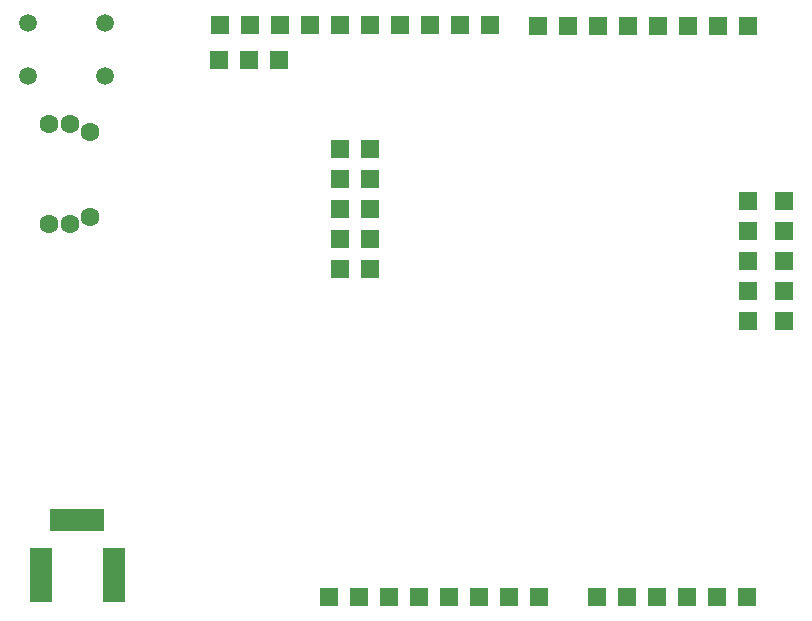
<source format=gbs>
G04 DesignSpark PCB Gerber Version 12.0 Build 5942*
%FSLAX35Y35*%
%MOMM*%
%ADD143R,1.52500X1.52500*%
%ADD145C,1.50100*%
%AMT141*0 Rounded Rectangle Pad at angle 0*4,1,20,-0.90000,-2.30050,0.90000,-2.30050,0.91930,-2.29670,0.93570,-2.28580,0.94670,-2.26940,0.95050,-2.25000,0.95050,2.25000,0.94670,2.26930,0.93580,2.28570,0.91940,2.29670,0.90000,2.30050,-0.90000,2.30050,-0.91930,2.29670,-0.93570,2.28580,-0.94670,2.26940,-0.95050,2.25000,-0.95050,-2.25000,-0.94670,-2.26930,-0.93580,-2.28570,-0.91940,-2.29670,-0.90000,-2.30050,0*%
%ADD141T141*%
%AMT142*0 Rounded Rectangle Pad at angle 90*4,1,20,2.30050,-0.90000,2.30050,0.90000,2.29670,0.91930,2.28580,0.93570,2.26940,0.94670,2.25000,0.95050,-2.25000,0.95050,-2.26930,0.94670,-2.28570,0.93580,-2.29670,0.91940,-2.30050,0.90000,-2.30050,-0.90000,-2.29670,-0.91930,-2.28580,-0.93570,-2.26940,-0.94670,-2.25000,-0.95050,2.25000,-0.95050,2.26930,-0.94670,2.28570,-0.93580,2.29670,-0.91940,2.30050,-0.90000,0*%
%ADD142T142*%
%ADD144C,1.60100*%
X0Y0D02*
D02*
D141*
X42655050Y43488270D03*
X43275050D03*
D02*
D142*
X42955050Y43958270D03*
D02*
D143*
X44165550Y47847770D03*
X44170600Y48144000D03*
X44419550Y47847770D03*
X44424600Y48144000D03*
X44673550Y47847770D03*
X44678600Y48144000D03*
X44932600D03*
X45090000Y43301000D03*
X45186600Y46077770D03*
Y46331770D03*
Y46585770D03*
Y46839770D03*
Y47093770D03*
Y48144000D03*
X45344000Y43301000D03*
X45440600Y46077770D03*
Y46331770D03*
Y46585770D03*
Y46839770D03*
Y47093770D03*
Y48144000D03*
X45598000Y43301000D03*
X45694600Y48144000D03*
X45852000Y43301000D03*
X45948600Y48144000D03*
X46106000Y43301000D03*
X46202600Y48144000D03*
X46360000Y43301000D03*
X46456600Y48144000D03*
X46614000Y43301000D03*
X46865050Y48140270D03*
X46868000Y43301000D03*
X47119050Y48140270D03*
X47361000Y43301000D03*
X47373050Y48140270D03*
X47615000Y43301000D03*
X47627050Y48140270D03*
X47869000Y43301000D03*
X47881050Y48140270D03*
X48123000Y43301000D03*
X48135050Y48140270D03*
X48377000Y43301000D03*
X48389050Y48140270D03*
X48631000Y43301000D03*
X48641050Y45639270D03*
Y45893270D03*
Y46147270D03*
Y46401270D03*
Y46655270D03*
X48643050Y48140270D03*
X48942050Y45639270D03*
Y45893270D03*
Y46147270D03*
Y46401270D03*
Y46655270D03*
D02*
D144*
X42725550Y46460270D03*
Y47305270D03*
X42900550Y46460270D03*
Y47305270D03*
X43070550Y46522770D03*
Y47242770D03*
D02*
D145*
X42546050Y47710270D03*
Y48160270D03*
X43196050Y47710270D03*
Y48160270D03*
X0Y0D02*
M02*

</source>
